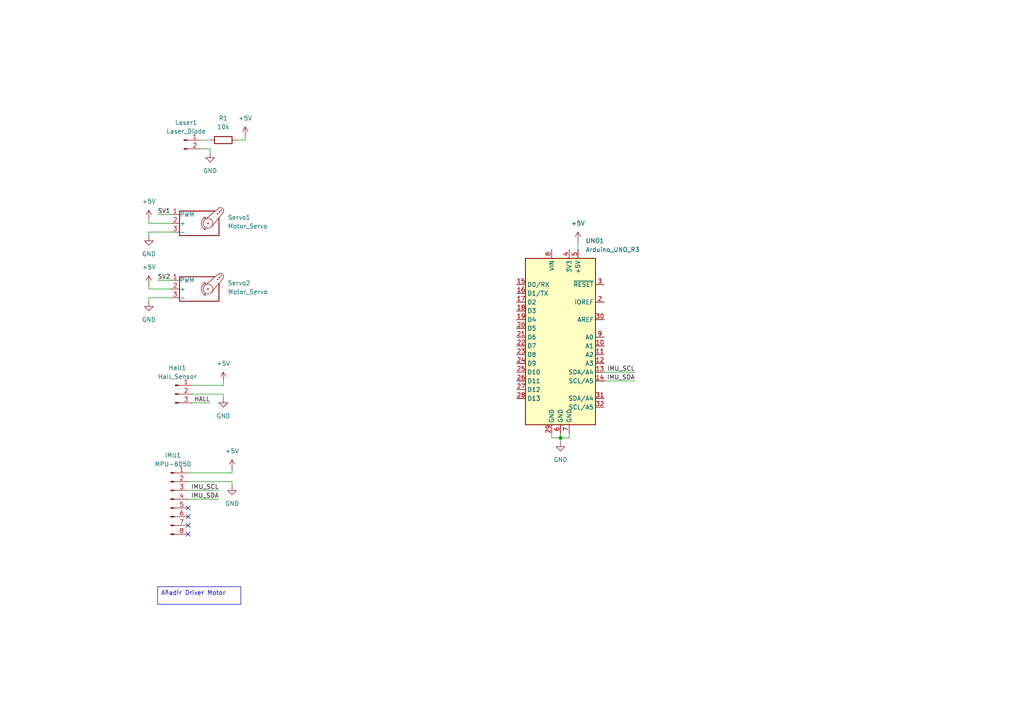
<source format=kicad_sch>
(kicad_sch
	(version 20231120)
	(generator "eeschema")
	(generator_version "8.0")
	(uuid "178e19ef-dfad-4e9d-b1ec-6a5c7791e337")
	(paper "A4")
	(title_block
		(title "PCB Nivelador Láser")
	)
	(lib_symbols
		(symbol "Connector:Conn_01x02_Pin"
			(pin_names
				(offset 1.016) hide)
			(exclude_from_sim no)
			(in_bom yes)
			(on_board yes)
			(property "Reference" "J"
				(at 0 2.54 0)
				(effects
					(font
						(size 1.27 1.27)
					)
				)
			)
			(property "Value" "Conn_01x02_Pin"
				(at 0 -5.08 0)
				(effects
					(font
						(size 1.27 1.27)
					)
				)
			)
			(property "Footprint" ""
				(at 0 0 0)
				(effects
					(font
						(size 1.27 1.27)
					)
					(hide yes)
				)
			)
			(property "Datasheet" "~"
				(at 0 0 0)
				(effects
					(font
						(size 1.27 1.27)
					)
					(hide yes)
				)
			)
			(property "Description" "Generic connector, single row, 01x02, script generated"
				(at 0 0 0)
				(effects
					(font
						(size 1.27 1.27)
					)
					(hide yes)
				)
			)
			(property "ki_locked" ""
				(at 0 0 0)
				(effects
					(font
						(size 1.27 1.27)
					)
				)
			)
			(property "ki_keywords" "connector"
				(at 0 0 0)
				(effects
					(font
						(size 1.27 1.27)
					)
					(hide yes)
				)
			)
			(property "ki_fp_filters" "Connector*:*_1x??_*"
				(at 0 0 0)
				(effects
					(font
						(size 1.27 1.27)
					)
					(hide yes)
				)
			)
			(symbol "Conn_01x02_Pin_1_1"
				(polyline
					(pts
						(xy 1.27 -2.54) (xy 0.8636 -2.54)
					)
					(stroke
						(width 0.1524)
						(type default)
					)
					(fill
						(type none)
					)
				)
				(polyline
					(pts
						(xy 1.27 0) (xy 0.8636 0)
					)
					(stroke
						(width 0.1524)
						(type default)
					)
					(fill
						(type none)
					)
				)
				(rectangle
					(start 0.8636 -2.413)
					(end 0 -2.667)
					(stroke
						(width 0.1524)
						(type default)
					)
					(fill
						(type outline)
					)
				)
				(rectangle
					(start 0.8636 0.127)
					(end 0 -0.127)
					(stroke
						(width 0.1524)
						(type default)
					)
					(fill
						(type outline)
					)
				)
				(pin passive line
					(at 5.08 0 180)
					(length 3.81)
					(name "Pin_1"
						(effects
							(font
								(size 1.27 1.27)
							)
						)
					)
					(number "1"
						(effects
							(font
								(size 1.27 1.27)
							)
						)
					)
				)
				(pin passive line
					(at 5.08 -2.54 180)
					(length 3.81)
					(name "Pin_2"
						(effects
							(font
								(size 1.27 1.27)
							)
						)
					)
					(number "2"
						(effects
							(font
								(size 1.27 1.27)
							)
						)
					)
				)
			)
		)
		(symbol "Connector:Conn_01x03_Pin"
			(pin_names
				(offset 1.016) hide)
			(exclude_from_sim no)
			(in_bom yes)
			(on_board yes)
			(property "Reference" "J"
				(at 0 5.08 0)
				(effects
					(font
						(size 1.27 1.27)
					)
				)
			)
			(property "Value" "Conn_01x03_Pin"
				(at 0 -5.08 0)
				(effects
					(font
						(size 1.27 1.27)
					)
				)
			)
			(property "Footprint" ""
				(at 0 0 0)
				(effects
					(font
						(size 1.27 1.27)
					)
					(hide yes)
				)
			)
			(property "Datasheet" "~"
				(at 0 0 0)
				(effects
					(font
						(size 1.27 1.27)
					)
					(hide yes)
				)
			)
			(property "Description" "Generic connector, single row, 01x03, script generated"
				(at 0 0 0)
				(effects
					(font
						(size 1.27 1.27)
					)
					(hide yes)
				)
			)
			(property "ki_locked" ""
				(at 0 0 0)
				(effects
					(font
						(size 1.27 1.27)
					)
				)
			)
			(property "ki_keywords" "connector"
				(at 0 0 0)
				(effects
					(font
						(size 1.27 1.27)
					)
					(hide yes)
				)
			)
			(property "ki_fp_filters" "Connector*:*_1x??_*"
				(at 0 0 0)
				(effects
					(font
						(size 1.27 1.27)
					)
					(hide yes)
				)
			)
			(symbol "Conn_01x03_Pin_1_1"
				(polyline
					(pts
						(xy 1.27 -2.54) (xy 0.8636 -2.54)
					)
					(stroke
						(width 0.1524)
						(type default)
					)
					(fill
						(type none)
					)
				)
				(polyline
					(pts
						(xy 1.27 0) (xy 0.8636 0)
					)
					(stroke
						(width 0.1524)
						(type default)
					)
					(fill
						(type none)
					)
				)
				(polyline
					(pts
						(xy 1.27 2.54) (xy 0.8636 2.54)
					)
					(stroke
						(width 0.1524)
						(type default)
					)
					(fill
						(type none)
					)
				)
				(rectangle
					(start 0.8636 -2.413)
					(end 0 -2.667)
					(stroke
						(width 0.1524)
						(type default)
					)
					(fill
						(type outline)
					)
				)
				(rectangle
					(start 0.8636 0.127)
					(end 0 -0.127)
					(stroke
						(width 0.1524)
						(type default)
					)
					(fill
						(type outline)
					)
				)
				(rectangle
					(start 0.8636 2.667)
					(end 0 2.413)
					(stroke
						(width 0.1524)
						(type default)
					)
					(fill
						(type outline)
					)
				)
				(pin passive line
					(at 5.08 2.54 180)
					(length 3.81)
					(name "Pin_1"
						(effects
							(font
								(size 1.27 1.27)
							)
						)
					)
					(number "1"
						(effects
							(font
								(size 1.27 1.27)
							)
						)
					)
				)
				(pin passive line
					(at 5.08 0 180)
					(length 3.81)
					(name "Pin_2"
						(effects
							(font
								(size 1.27 1.27)
							)
						)
					)
					(number "2"
						(effects
							(font
								(size 1.27 1.27)
							)
						)
					)
				)
				(pin passive line
					(at 5.08 -2.54 180)
					(length 3.81)
					(name "Pin_3"
						(effects
							(font
								(size 1.27 1.27)
							)
						)
					)
					(number "3"
						(effects
							(font
								(size 1.27 1.27)
							)
						)
					)
				)
			)
		)
		(symbol "Connector:Conn_01x08_Pin"
			(pin_names
				(offset 1.016) hide)
			(exclude_from_sim no)
			(in_bom yes)
			(on_board yes)
			(property "Reference" "J"
				(at 0 10.16 0)
				(effects
					(font
						(size 1.27 1.27)
					)
				)
			)
			(property "Value" "Conn_01x08_Pin"
				(at 0 -12.7 0)
				(effects
					(font
						(size 1.27 1.27)
					)
				)
			)
			(property "Footprint" ""
				(at 0 0 0)
				(effects
					(font
						(size 1.27 1.27)
					)
					(hide yes)
				)
			)
			(property "Datasheet" "~"
				(at 0 0 0)
				(effects
					(font
						(size 1.27 1.27)
					)
					(hide yes)
				)
			)
			(property "Description" "Generic connector, single row, 01x08, script generated"
				(at 0 0 0)
				(effects
					(font
						(size 1.27 1.27)
					)
					(hide yes)
				)
			)
			(property "ki_locked" ""
				(at 0 0 0)
				(effects
					(font
						(size 1.27 1.27)
					)
				)
			)
			(property "ki_keywords" "connector"
				(at 0 0 0)
				(effects
					(font
						(size 1.27 1.27)
					)
					(hide yes)
				)
			)
			(property "ki_fp_filters" "Connector*:*_1x??_*"
				(at 0 0 0)
				(effects
					(font
						(size 1.27 1.27)
					)
					(hide yes)
				)
			)
			(symbol "Conn_01x08_Pin_1_1"
				(polyline
					(pts
						(xy 1.27 -10.16) (xy 0.8636 -10.16)
					)
					(stroke
						(width 0.1524)
						(type default)
					)
					(fill
						(type none)
					)
				)
				(polyline
					(pts
						(xy 1.27 -7.62) (xy 0.8636 -7.62)
					)
					(stroke
						(width 0.1524)
						(type default)
					)
					(fill
						(type none)
					)
				)
				(polyline
					(pts
						(xy 1.27 -5.08) (xy 0.8636 -5.08)
					)
					(stroke
						(width 0.1524)
						(type default)
					)
					(fill
						(type none)
					)
				)
				(polyline
					(pts
						(xy 1.27 -2.54) (xy 0.8636 -2.54)
					)
					(stroke
						(width 0.1524)
						(type default)
					)
					(fill
						(type none)
					)
				)
				(polyline
					(pts
						(xy 1.27 0) (xy 0.8636 0)
					)
					(stroke
						(width 0.1524)
						(type default)
					)
					(fill
						(type none)
					)
				)
				(polyline
					(pts
						(xy 1.27 2.54) (xy 0.8636 2.54)
					)
					(stroke
						(width 0.1524)
						(type default)
					)
					(fill
						(type none)
					)
				)
				(polyline
					(pts
						(xy 1.27 5.08) (xy 0.8636 5.08)
					)
					(stroke
						(width 0.1524)
						(type default)
					)
					(fill
						(type none)
					)
				)
				(polyline
					(pts
						(xy 1.27 7.62) (xy 0.8636 7.62)
					)
					(stroke
						(width 0.1524)
						(type default)
					)
					(fill
						(type none)
					)
				)
				(rectangle
					(start 0.8636 -10.033)
					(end 0 -10.287)
					(stroke
						(width 0.1524)
						(type default)
					)
					(fill
						(type outline)
					)
				)
				(rectangle
					(start 0.8636 -7.493)
					(end 0 -7.747)
					(stroke
						(width 0.1524)
						(type default)
					)
					(fill
						(type outline)
					)
				)
				(rectangle
					(start 0.8636 -4.953)
					(end 0 -5.207)
					(stroke
						(width 0.1524)
						(type default)
					)
					(fill
						(type outline)
					)
				)
				(rectangle
					(start 0.8636 -2.413)
					(end 0 -2.667)
					(stroke
						(width 0.1524)
						(type default)
					)
					(fill
						(type outline)
					)
				)
				(rectangle
					(start 0.8636 0.127)
					(end 0 -0.127)
					(stroke
						(width 0.1524)
						(type default)
					)
					(fill
						(type outline)
					)
				)
				(rectangle
					(start 0.8636 2.667)
					(end 0 2.413)
					(stroke
						(width 0.1524)
						(type default)
					)
					(fill
						(type outline)
					)
				)
				(rectangle
					(start 0.8636 5.207)
					(end 0 4.953)
					(stroke
						(width 0.1524)
						(type default)
					)
					(fill
						(type outline)
					)
				)
				(rectangle
					(start 0.8636 7.747)
					(end 0 7.493)
					(stroke
						(width 0.1524)
						(type default)
					)
					(fill
						(type outline)
					)
				)
				(pin passive line
					(at 5.08 7.62 180)
					(length 3.81)
					(name "Pin_1"
						(effects
							(font
								(size 1.27 1.27)
							)
						)
					)
					(number "1"
						(effects
							(font
								(size 1.27 1.27)
							)
						)
					)
				)
				(pin passive line
					(at 5.08 5.08 180)
					(length 3.81)
					(name "Pin_2"
						(effects
							(font
								(size 1.27 1.27)
							)
						)
					)
					(number "2"
						(effects
							(font
								(size 1.27 1.27)
							)
						)
					)
				)
				(pin passive line
					(at 5.08 2.54 180)
					(length 3.81)
					(name "Pin_3"
						(effects
							(font
								(size 1.27 1.27)
							)
						)
					)
					(number "3"
						(effects
							(font
								(size 1.27 1.27)
							)
						)
					)
				)
				(pin passive line
					(at 5.08 0 180)
					(length 3.81)
					(name "Pin_4"
						(effects
							(font
								(size 1.27 1.27)
							)
						)
					)
					(number "4"
						(effects
							(font
								(size 1.27 1.27)
							)
						)
					)
				)
				(pin passive line
					(at 5.08 -2.54 180)
					(length 3.81)
					(name "Pin_5"
						(effects
							(font
								(size 1.27 1.27)
							)
						)
					)
					(number "5"
						(effects
							(font
								(size 1.27 1.27)
							)
						)
					)
				)
				(pin passive line
					(at 5.08 -5.08 180)
					(length 3.81)
					(name "Pin_6"
						(effects
							(font
								(size 1.27 1.27)
							)
						)
					)
					(number "6"
						(effects
							(font
								(size 1.27 1.27)
							)
						)
					)
				)
				(pin passive line
					(at 5.08 -7.62 180)
					(length 3.81)
					(name "Pin_7"
						(effects
							(font
								(size 1.27 1.27)
							)
						)
					)
					(number "7"
						(effects
							(font
								(size 1.27 1.27)
							)
						)
					)
				)
				(pin passive line
					(at 5.08 -10.16 180)
					(length 3.81)
					(name "Pin_8"
						(effects
							(font
								(size 1.27 1.27)
							)
						)
					)
					(number "8"
						(effects
							(font
								(size 1.27 1.27)
							)
						)
					)
				)
			)
		)
		(symbol "Device:R"
			(pin_numbers hide)
			(pin_names
				(offset 0)
			)
			(exclude_from_sim no)
			(in_bom yes)
			(on_board yes)
			(property "Reference" "R"
				(at 2.032 0 90)
				(effects
					(font
						(size 1.27 1.27)
					)
				)
			)
			(property "Value" "R"
				(at 0 0 90)
				(effects
					(font
						(size 1.27 1.27)
					)
				)
			)
			(property "Footprint" ""
				(at -1.778 0 90)
				(effects
					(font
						(size 1.27 1.27)
					)
					(hide yes)
				)
			)
			(property "Datasheet" "~"
				(at 0 0 0)
				(effects
					(font
						(size 1.27 1.27)
					)
					(hide yes)
				)
			)
			(property "Description" "Resistor"
				(at 0 0 0)
				(effects
					(font
						(size 1.27 1.27)
					)
					(hide yes)
				)
			)
			(property "ki_keywords" "R res resistor"
				(at 0 0 0)
				(effects
					(font
						(size 1.27 1.27)
					)
					(hide yes)
				)
			)
			(property "ki_fp_filters" "R_*"
				(at 0 0 0)
				(effects
					(font
						(size 1.27 1.27)
					)
					(hide yes)
				)
			)
			(symbol "R_0_1"
				(rectangle
					(start -1.016 -2.54)
					(end 1.016 2.54)
					(stroke
						(width 0.254)
						(type default)
					)
					(fill
						(type none)
					)
				)
			)
			(symbol "R_1_1"
				(pin passive line
					(at 0 3.81 270)
					(length 1.27)
					(name "~"
						(effects
							(font
								(size 1.27 1.27)
							)
						)
					)
					(number "1"
						(effects
							(font
								(size 1.27 1.27)
							)
						)
					)
				)
				(pin passive line
					(at 0 -3.81 90)
					(length 1.27)
					(name "~"
						(effects
							(font
								(size 1.27 1.27)
							)
						)
					)
					(number "2"
						(effects
							(font
								(size 1.27 1.27)
							)
						)
					)
				)
			)
		)
		(symbol "MCU_Module:Arduino_UNO_R3"
			(exclude_from_sim no)
			(in_bom yes)
			(on_board yes)
			(property "Reference" "A"
				(at -10.16 23.495 0)
				(effects
					(font
						(size 1.27 1.27)
					)
					(justify left bottom)
				)
			)
			(property "Value" "Arduino_UNO_R3"
				(at 5.08 -26.67 0)
				(effects
					(font
						(size 1.27 1.27)
					)
					(justify left top)
				)
			)
			(property "Footprint" "Module:Arduino_UNO_R3"
				(at 0 0 0)
				(effects
					(font
						(size 1.27 1.27)
						(italic yes)
					)
					(hide yes)
				)
			)
			(property "Datasheet" "https://www.arduino.cc/en/Main/arduinoBoardUno"
				(at 0 0 0)
				(effects
					(font
						(size 1.27 1.27)
					)
					(hide yes)
				)
			)
			(property "Description" "Arduino UNO Microcontroller Module, release 3"
				(at 0 0 0)
				(effects
					(font
						(size 1.27 1.27)
					)
					(hide yes)
				)
			)
			(property "ki_keywords" "Arduino UNO R3 Microcontroller Module Atmel AVR USB"
				(at 0 0 0)
				(effects
					(font
						(size 1.27 1.27)
					)
					(hide yes)
				)
			)
			(property "ki_fp_filters" "Arduino*UNO*R3*"
				(at 0 0 0)
				(effects
					(font
						(size 1.27 1.27)
					)
					(hide yes)
				)
			)
			(symbol "Arduino_UNO_R3_0_1"
				(rectangle
					(start -10.16 22.86)
					(end 10.16 -25.4)
					(stroke
						(width 0.254)
						(type default)
					)
					(fill
						(type background)
					)
				)
			)
			(symbol "Arduino_UNO_R3_1_1"
				(pin no_connect line
					(at -10.16 -20.32 0)
					(length 2.54) hide
					(name "NC"
						(effects
							(font
								(size 1.27 1.27)
							)
						)
					)
					(number "1"
						(effects
							(font
								(size 1.27 1.27)
							)
						)
					)
				)
				(pin bidirectional line
					(at 12.7 -2.54 180)
					(length 2.54)
					(name "A1"
						(effects
							(font
								(size 1.27 1.27)
							)
						)
					)
					(number "10"
						(effects
							(font
								(size 1.27 1.27)
							)
						)
					)
				)
				(pin bidirectional line
					(at 12.7 -5.08 180)
					(length 2.54)
					(name "A2"
						(effects
							(font
								(size 1.27 1.27)
							)
						)
					)
					(number "11"
						(effects
							(font
								(size 1.27 1.27)
							)
						)
					)
				)
				(pin bidirectional line
					(at 12.7 -7.62 180)
					(length 2.54)
					(name "A3"
						(effects
							(font
								(size 1.27 1.27)
							)
						)
					)
					(number "12"
						(effects
							(font
								(size 1.27 1.27)
							)
						)
					)
				)
				(pin bidirectional line
					(at 12.7 -10.16 180)
					(length 2.54)
					(name "SDA/A4"
						(effects
							(font
								(size 1.27 1.27)
							)
						)
					)
					(number "13"
						(effects
							(font
								(size 1.27 1.27)
							)
						)
					)
				)
				(pin bidirectional line
					(at 12.7 -12.7 180)
					(length 2.54)
					(name "SCL/A5"
						(effects
							(font
								(size 1.27 1.27)
							)
						)
					)
					(number "14"
						(effects
							(font
								(size 1.27 1.27)
							)
						)
					)
				)
				(pin bidirectional line
					(at -12.7 15.24 0)
					(length 2.54)
					(name "D0/RX"
						(effects
							(font
								(size 1.27 1.27)
							)
						)
					)
					(number "15"
						(effects
							(font
								(size 1.27 1.27)
							)
						)
					)
				)
				(pin bidirectional line
					(at -12.7 12.7 0)
					(length 2.54)
					(name "D1/TX"
						(effects
							(font
								(size 1.27 1.27)
							)
						)
					)
					(number "16"
						(effects
							(font
								(size 1.27 1.27)
							)
						)
					)
				)
				(pin bidirectional line
					(at -12.7 10.16 0)
					(length 2.54)
					(name "D2"
						(effects
							(font
								(size 1.27 1.27)
							)
						)
					)
					(number "17"
						(effects
							(font
								(size 1.27 1.27)
							)
						)
					)
				)
				(pin bidirectional line
					(at -12.7 7.62 0)
					(length 2.54)
					(name "D3"
						(effects
							(font
								(size 1.27 1.27)
							)
						)
					)
					(number "18"
						(effects
							(font
								(size 1.27 1.27)
							)
						)
					)
				)
				(pin bidirectional line
					(at -12.7 5.08 0)
					(length 2.54)
					(name "D4"
						(effects
							(font
								(size 1.27 1.27)
							)
						)
					)
					(number "19"
						(effects
							(font
								(size 1.27 1.27)
							)
						)
					)
				)
				(pin output line
					(at 12.7 10.16 180)
					(length 2.54)
					(name "IOREF"
						(effects
							(font
								(size 1.27 1.27)
							)
						)
					)
					(number "2"
						(effects
							(font
								(size 1.27 1.27)
							)
						)
					)
				)
				(pin bidirectional line
					(at -12.7 2.54 0)
					(length 2.54)
					(name "D5"
						(effects
							(font
								(size 1.27 1.27)
							)
						)
					)
					(number "20"
						(effects
							(font
								(size 1.27 1.27)
							)
						)
					)
				)
				(pin bidirectional line
					(at -12.7 0 0)
					(length 2.54)
					(name "D6"
						(effects
							(font
								(size 1.27 1.27)
							)
						)
					)
					(number "21"
						(effects
							(font
								(size 1.27 1.27)
							)
						)
					)
				)
				(pin bidirectional line
					(at -12.7 -2.54 0)
					(length 2.54)
					(name "D7"
						(effects
							(font
								(size 1.27 1.27)
							)
						)
					)
					(number "22"
						(effects
							(font
								(size 1.27 1.27)
							)
						)
					)
				)
				(pin bidirectional line
					(at -12.7 -5.08 0)
					(length 2.54)
					(name "D8"
						(effects
							(font
								(size 1.27 1.27)
							)
						)
					)
					(number "23"
						(effects
							(font
								(size 1.27 1.27)
							)
						)
					)
				)
				(pin bidirectional line
					(at -12.7 -7.62 0)
					(length 2.54)
					(name "D9"
						(effects
							(font
								(size 1.27 1.27)
							)
						)
					)
					(number "24"
						(effects
							(font
								(size 1.27 1.27)
							)
						)
					)
				)
				(pin bidirectional line
					(at -12.7 -10.16 0)
					(length 2.54)
					(name "D10"
						(effects
							(font
								(size 1.27 1.27)
							)
						)
					)
					(number "25"
						(effects
							(font
								(size 1.27 1.27)
							)
						)
					)
				)
				(pin bidirectional line
					(at -12.7 -12.7 0)
					(length 2.54)
					(name "D11"
						(effects
							(font
								(size 1.27 1.27)
							)
						)
					)
					(number "26"
						(effects
							(font
								(size 1.27 1.27)
							)
						)
					)
				)
				(pin bidirectional line
					(at -12.7 -15.24 0)
					(length 2.54)
					(name "D12"
						(effects
							(font
								(size 1.27 1.27)
							)
						)
					)
					(number "27"
						(effects
							(font
								(size 1.27 1.27)
							)
						)
					)
				)
				(pin bidirectional line
					(at -12.7 -17.78 0)
					(length 2.54)
					(name "D13"
						(effects
							(font
								(size 1.27 1.27)
							)
						)
					)
					(number "28"
						(effects
							(font
								(size 1.27 1.27)
							)
						)
					)
				)
				(pin power_in line
					(at -2.54 -27.94 90)
					(length 2.54)
					(name "GND"
						(effects
							(font
								(size 1.27 1.27)
							)
						)
					)
					(number "29"
						(effects
							(font
								(size 1.27 1.27)
							)
						)
					)
				)
				(pin input line
					(at 12.7 15.24 180)
					(length 2.54)
					(name "~{RESET}"
						(effects
							(font
								(size 1.27 1.27)
							)
						)
					)
					(number "3"
						(effects
							(font
								(size 1.27 1.27)
							)
						)
					)
				)
				(pin input line
					(at 12.7 5.08 180)
					(length 2.54)
					(name "AREF"
						(effects
							(font
								(size 1.27 1.27)
							)
						)
					)
					(number "30"
						(effects
							(font
								(size 1.27 1.27)
							)
						)
					)
				)
				(pin bidirectional line
					(at 12.7 -17.78 180)
					(length 2.54)
					(name "SDA/A4"
						(effects
							(font
								(size 1.27 1.27)
							)
						)
					)
					(number "31"
						(effects
							(font
								(size 1.27 1.27)
							)
						)
					)
				)
				(pin bidirectional line
					(at 12.7 -20.32 180)
					(length 2.54)
					(name "SCL/A5"
						(effects
							(font
								(size 1.27 1.27)
							)
						)
					)
					(number "32"
						(effects
							(font
								(size 1.27 1.27)
							)
						)
					)
				)
				(pin power_out line
					(at 2.54 25.4 270)
					(length 2.54)
					(name "3V3"
						(effects
							(font
								(size 1.27 1.27)
							)
						)
					)
					(number "4"
						(effects
							(font
								(size 1.27 1.27)
							)
						)
					)
				)
				(pin power_out line
					(at 5.08 25.4 270)
					(length 2.54)
					(name "+5V"
						(effects
							(font
								(size 1.27 1.27)
							)
						)
					)
					(number "5"
						(effects
							(font
								(size 1.27 1.27)
							)
						)
					)
				)
				(pin power_in line
					(at 0 -27.94 90)
					(length 2.54)
					(name "GND"
						(effects
							(font
								(size 1.27 1.27)
							)
						)
					)
					(number "6"
						(effects
							(font
								(size 1.27 1.27)
							)
						)
					)
				)
				(pin power_in line
					(at 2.54 -27.94 90)
					(length 2.54)
					(name "GND"
						(effects
							(font
								(size 1.27 1.27)
							)
						)
					)
					(number "7"
						(effects
							(font
								(size 1.27 1.27)
							)
						)
					)
				)
				(pin power_in line
					(at -2.54 25.4 270)
					(length 2.54)
					(name "VIN"
						(effects
							(font
								(size 1.27 1.27)
							)
						)
					)
					(number "8"
						(effects
							(font
								(size 1.27 1.27)
							)
						)
					)
				)
				(pin bidirectional line
					(at 12.7 0 180)
					(length 2.54)
					(name "A0"
						(effects
							(font
								(size 1.27 1.27)
							)
						)
					)
					(number "9"
						(effects
							(font
								(size 1.27 1.27)
							)
						)
					)
				)
			)
		)
		(symbol "Motor:Motor_Servo"
			(pin_names
				(offset 0.0254)
			)
			(exclude_from_sim no)
			(in_bom yes)
			(on_board yes)
			(property "Reference" "M"
				(at -5.08 4.445 0)
				(effects
					(font
						(size 1.27 1.27)
					)
					(justify left)
				)
			)
			(property "Value" "Motor_Servo"
				(at -5.08 -4.064 0)
				(effects
					(font
						(size 1.27 1.27)
					)
					(justify left top)
				)
			)
			(property "Footprint" ""
				(at 0 -4.826 0)
				(effects
					(font
						(size 1.27 1.27)
					)
					(hide yes)
				)
			)
			(property "Datasheet" "http://forums.parallax.com/uploads/attachments/46831/74481.png"
				(at 0 -4.826 0)
				(effects
					(font
						(size 1.27 1.27)
					)
					(hide yes)
				)
			)
			(property "Description" "Servo Motor (Futaba, HiTec, JR connector)"
				(at 0 0 0)
				(effects
					(font
						(size 1.27 1.27)
					)
					(hide yes)
				)
			)
			(property "ki_keywords" "Servo Motor"
				(at 0 0 0)
				(effects
					(font
						(size 1.27 1.27)
					)
					(hide yes)
				)
			)
			(property "ki_fp_filters" "PinHeader*P2.54mm*"
				(at 0 0 0)
				(effects
					(font
						(size 1.27 1.27)
					)
					(hide yes)
				)
			)
			(symbol "Motor_Servo_0_1"
				(polyline
					(pts
						(xy 2.413 -1.778) (xy 2.032 -1.778)
					)
					(stroke
						(width 0)
						(type default)
					)
					(fill
						(type none)
					)
				)
				(polyline
					(pts
						(xy 2.413 -1.778) (xy 2.286 -1.397)
					)
					(stroke
						(width 0)
						(type default)
					)
					(fill
						(type none)
					)
				)
				(polyline
					(pts
						(xy 2.413 1.778) (xy 1.905 1.778)
					)
					(stroke
						(width 0)
						(type default)
					)
					(fill
						(type none)
					)
				)
				(polyline
					(pts
						(xy 2.413 1.778) (xy 2.286 1.397)
					)
					(stroke
						(width 0)
						(type default)
					)
					(fill
						(type none)
					)
				)
				(polyline
					(pts
						(xy 6.35 4.445) (xy 2.54 1.27)
					)
					(stroke
						(width 0)
						(type default)
					)
					(fill
						(type none)
					)
				)
				(polyline
					(pts
						(xy 7.62 3.175) (xy 4.191 -1.016)
					)
					(stroke
						(width 0)
						(type default)
					)
					(fill
						(type none)
					)
				)
				(polyline
					(pts
						(xy 5.08 3.556) (xy -5.08 3.556) (xy -5.08 -3.556) (xy 6.35 -3.556) (xy 6.35 1.524)
					)
					(stroke
						(width 0.254)
						(type default)
					)
					(fill
						(type none)
					)
				)
				(arc
					(start 2.413 1.778)
					(mid 1.2406 0)
					(end 2.413 -1.778)
					(stroke
						(width 0)
						(type default)
					)
					(fill
						(type none)
					)
				)
				(circle
					(center 3.175 0)
					(radius 0.1778)
					(stroke
						(width 0)
						(type default)
					)
					(fill
						(type none)
					)
				)
				(circle
					(center 3.175 0)
					(radius 1.4224)
					(stroke
						(width 0)
						(type default)
					)
					(fill
						(type none)
					)
				)
				(circle
					(center 5.969 2.794)
					(radius 0.127)
					(stroke
						(width 0)
						(type default)
					)
					(fill
						(type none)
					)
				)
				(circle
					(center 6.477 3.302)
					(radius 0.127)
					(stroke
						(width 0)
						(type default)
					)
					(fill
						(type none)
					)
				)
				(circle
					(center 6.985 3.81)
					(radius 0.127)
					(stroke
						(width 0)
						(type default)
					)
					(fill
						(type none)
					)
				)
				(arc
					(start 7.62 3.175)
					(mid 7.4485 4.2735)
					(end 6.35 4.445)
					(stroke
						(width 0)
						(type default)
					)
					(fill
						(type none)
					)
				)
			)
			(symbol "Motor_Servo_1_1"
				(pin passive line
					(at -7.62 2.54 0)
					(length 2.54)
					(name "PWM"
						(effects
							(font
								(size 1.27 1.27)
							)
						)
					)
					(number "1"
						(effects
							(font
								(size 1.27 1.27)
							)
						)
					)
				)
				(pin passive line
					(at -7.62 0 0)
					(length 2.54)
					(name "+"
						(effects
							(font
								(size 1.27 1.27)
							)
						)
					)
					(number "2"
						(effects
							(font
								(size 1.27 1.27)
							)
						)
					)
				)
				(pin passive line
					(at -7.62 -2.54 0)
					(length 2.54)
					(name "-"
						(effects
							(font
								(size 1.27 1.27)
							)
						)
					)
					(number "3"
						(effects
							(font
								(size 1.27 1.27)
							)
						)
					)
				)
			)
		)
		(symbol "power:+5V"
			(power)
			(pin_numbers hide)
			(pin_names
				(offset 0) hide)
			(exclude_from_sim no)
			(in_bom yes)
			(on_board yes)
			(property "Reference" "#PWR"
				(at 0 -3.81 0)
				(effects
					(font
						(size 1.27 1.27)
					)
					(hide yes)
				)
			)
			(property "Value" "+5V"
				(at 0 3.556 0)
				(effects
					(font
						(size 1.27 1.27)
					)
				)
			)
			(property "Footprint" ""
				(at 0 0 0)
				(effects
					(font
						(size 1.27 1.27)
					)
					(hide yes)
				)
			)
			(property "Datasheet" ""
				(at 0 0 0)
				(effects
					(font
						(size 1.27 1.27)
					)
					(hide yes)
				)
			)
			(property "Description" "Power symbol creates a global label with name \"+5V\""
				(at 0 0 0)
				(effects
					(font
						(size 1.27 1.27)
					)
					(hide yes)
				)
			)
			(property "ki_keywords" "global power"
				(at 0 0 0)
				(effects
					(font
						(size 1.27 1.27)
					)
					(hide yes)
				)
			)
			(symbol "+5V_0_1"
				(polyline
					(pts
						(xy -0.762 1.27) (xy 0 2.54)
					)
					(stroke
						(width 0)
						(type default)
					)
					(fill
						(type none)
					)
				)
				(polyline
					(pts
						(xy 0 0) (xy 0 2.54)
					)
					(stroke
						(width 0)
						(type default)
					)
					(fill
						(type none)
					)
				)
				(polyline
					(pts
						(xy 0 2.54) (xy 0.762 1.27)
					)
					(stroke
						(width 0)
						(type default)
					)
					(fill
						(type none)
					)
				)
			)
			(symbol "+5V_1_1"
				(pin power_in line
					(at 0 0 90)
					(length 0)
					(name "~"
						(effects
							(font
								(size 1.27 1.27)
							)
						)
					)
					(number "1"
						(effects
							(font
								(size 1.27 1.27)
							)
						)
					)
				)
			)
		)
		(symbol "power:GND"
			(power)
			(pin_numbers hide)
			(pin_names
				(offset 0) hide)
			(exclude_from_sim no)
			(in_bom yes)
			(on_board yes)
			(property "Reference" "#PWR"
				(at 0 -6.35 0)
				(effects
					(font
						(size 1.27 1.27)
					)
					(hide yes)
				)
			)
			(property "Value" "GND"
				(at 0 -3.81 0)
				(effects
					(font
						(size 1.27 1.27)
					)
				)
			)
			(property "Footprint" ""
				(at 0 0 0)
				(effects
					(font
						(size 1.27 1.27)
					)
					(hide yes)
				)
			)
			(property "Datasheet" ""
				(at 0 0 0)
				(effects
					(font
						(size 1.27 1.27)
					)
					(hide yes)
				)
			)
			(property "Description" "Power symbol creates a global label with name \"GND\" , ground"
				(at 0 0 0)
				(effects
					(font
						(size 1.27 1.27)
					)
					(hide yes)
				)
			)
			(property "ki_keywords" "global power"
				(at 0 0 0)
				(effects
					(font
						(size 1.27 1.27)
					)
					(hide yes)
				)
			)
			(symbol "GND_0_1"
				(polyline
					(pts
						(xy 0 0) (xy 0 -1.27) (xy 1.27 -1.27) (xy 0 -2.54) (xy -1.27 -1.27) (xy 0 -1.27)
					)
					(stroke
						(width 0)
						(type default)
					)
					(fill
						(type none)
					)
				)
			)
			(symbol "GND_1_1"
				(pin power_in line
					(at 0 0 270)
					(length 0)
					(name "~"
						(effects
							(font
								(size 1.27 1.27)
							)
						)
					)
					(number "1"
						(effects
							(font
								(size 1.27 1.27)
							)
						)
					)
				)
			)
		)
	)
	(junction
		(at 162.56 127)
		(diameter 0)
		(color 0 0 0 0)
		(uuid "a2c3909b-3d70-4dbf-9097-bc74c3b6f473")
	)
	(no_connect
		(at 54.61 149.86)
		(uuid "aaefcf61-85f2-4152-9119-cdcc5d151552")
	)
	(no_connect
		(at 54.61 152.4)
		(uuid "c125f5ad-67bc-4f0b-b68c-3d4dffe155c1")
	)
	(no_connect
		(at 54.61 154.94)
		(uuid "d2500b0e-2d33-4a9b-969d-1cc23180d1b6")
	)
	(no_connect
		(at 54.61 147.32)
		(uuid "e7d492e4-28a7-4b76-a56f-8a1abbd43806")
	)
	(wire
		(pts
			(xy 64.77 114.3) (xy 55.88 114.3)
		)
		(stroke
			(width 0)
			(type default)
		)
		(uuid "0138ec7a-4044-4f46-b3e2-66db780db549")
	)
	(wire
		(pts
			(xy 162.56 125.73) (xy 162.56 127)
		)
		(stroke
			(width 0)
			(type default)
		)
		(uuid "013c8efd-a997-4290-94c4-7134446f2f13")
	)
	(wire
		(pts
			(xy 68.58 40.64) (xy 71.12 40.64)
		)
		(stroke
			(width 0)
			(type default)
		)
		(uuid "0332a5d2-0345-4450-8282-6d19ae843660")
	)
	(wire
		(pts
			(xy 160.02 127) (xy 162.56 127)
		)
		(stroke
			(width 0)
			(type default)
		)
		(uuid "04eb1484-182c-4b58-a059-e26fcd820468")
	)
	(wire
		(pts
			(xy 60.96 43.18) (xy 60.96 44.45)
		)
		(stroke
			(width 0)
			(type default)
		)
		(uuid "102885a8-8a41-4cb5-a47b-80257079c964")
	)
	(wire
		(pts
			(xy 67.31 137.16) (xy 67.31 135.89)
		)
		(stroke
			(width 0)
			(type default)
		)
		(uuid "18447611-f172-4f6e-bb4b-b6cf245d3cfa")
	)
	(wire
		(pts
			(xy 54.61 142.24) (xy 63.5 142.24)
		)
		(stroke
			(width 0)
			(type default)
		)
		(uuid "1eace2a3-60ec-467e-8da4-c183cd4764d0")
	)
	(wire
		(pts
			(xy 58.42 43.18) (xy 60.96 43.18)
		)
		(stroke
			(width 0)
			(type default)
		)
		(uuid "23c94a8e-99fb-45b5-ac4b-d42527ac3fe9")
	)
	(wire
		(pts
			(xy 43.18 83.82) (xy 49.53 83.82)
		)
		(stroke
			(width 0)
			(type default)
		)
		(uuid "2bce0c10-6b14-49ea-95b7-c3600411f108")
	)
	(wire
		(pts
			(xy 64.77 110.49) (xy 64.77 111.76)
		)
		(stroke
			(width 0)
			(type default)
		)
		(uuid "2bcf3e99-b1f3-494b-bf54-7fd9c00fea27")
	)
	(wire
		(pts
			(xy 43.18 82.55) (xy 43.18 83.82)
		)
		(stroke
			(width 0)
			(type default)
		)
		(uuid "34b9f5d5-c7f2-4d29-bda0-0ee1cb134b09")
	)
	(wire
		(pts
			(xy 58.42 40.64) (xy 60.96 40.64)
		)
		(stroke
			(width 0)
			(type default)
		)
		(uuid "3737f405-6ace-4de0-a690-d96db03647ac")
	)
	(wire
		(pts
			(xy 45.72 62.23) (xy 49.53 62.23)
		)
		(stroke
			(width 0)
			(type default)
		)
		(uuid "38e208fd-4737-4111-b45a-b1ecacc337e6")
	)
	(wire
		(pts
			(xy 175.26 110.49) (xy 184.15 110.49)
		)
		(stroke
			(width 0)
			(type default)
		)
		(uuid "44949cb2-b1e8-426f-9e75-eeb26ebdfa27")
	)
	(wire
		(pts
			(xy 45.72 81.28) (xy 49.53 81.28)
		)
		(stroke
			(width 0)
			(type default)
		)
		(uuid "4fbbf016-4b01-45f5-a4e1-44f6b69b012a")
	)
	(wire
		(pts
			(xy 167.64 69.85) (xy 167.64 72.39)
		)
		(stroke
			(width 0)
			(type default)
		)
		(uuid "583d6ae0-7065-41b6-8946-a03491e7bea7")
	)
	(wire
		(pts
			(xy 55.88 111.76) (xy 64.77 111.76)
		)
		(stroke
			(width 0)
			(type default)
		)
		(uuid "5a601fe6-5ad5-4468-a433-12f1fac5ace7")
	)
	(wire
		(pts
			(xy 43.18 64.77) (xy 49.53 64.77)
		)
		(stroke
			(width 0)
			(type default)
		)
		(uuid "661fe95d-9912-4773-b278-57c6cdad6824")
	)
	(wire
		(pts
			(xy 165.1 125.73) (xy 165.1 127)
		)
		(stroke
			(width 0)
			(type default)
		)
		(uuid "66a478bc-0320-47e4-8cf5-24b2ed2521fd")
	)
	(wire
		(pts
			(xy 54.61 137.16) (xy 67.31 137.16)
		)
		(stroke
			(width 0)
			(type default)
		)
		(uuid "6c523f36-eda8-46c9-a652-742b99a4cfd5")
	)
	(wire
		(pts
			(xy 165.1 127) (xy 162.56 127)
		)
		(stroke
			(width 0)
			(type default)
		)
		(uuid "6f62b46b-05b5-47d9-b5a9-0d56daa98108")
	)
	(wire
		(pts
			(xy 160.02 125.73) (xy 160.02 127)
		)
		(stroke
			(width 0)
			(type default)
		)
		(uuid "73fc6fb6-f237-4b2d-a91b-503b5052cac6")
	)
	(wire
		(pts
			(xy 43.18 86.36) (xy 43.18 87.63)
		)
		(stroke
			(width 0)
			(type default)
		)
		(uuid "7d8dba42-b881-42b4-8efc-1712e86a0c13")
	)
	(wire
		(pts
			(xy 49.53 86.36) (xy 43.18 86.36)
		)
		(stroke
			(width 0)
			(type default)
		)
		(uuid "80dcd188-6b00-4b37-99f9-f0638993fa34")
	)
	(wire
		(pts
			(xy 43.18 67.31) (xy 49.53 67.31)
		)
		(stroke
			(width 0)
			(type default)
		)
		(uuid "9aa4cde5-57f0-489a-aea5-41347219a842")
	)
	(wire
		(pts
			(xy 71.12 40.64) (xy 71.12 39.37)
		)
		(stroke
			(width 0)
			(type default)
		)
		(uuid "a0dd758f-2ffe-4c05-a26b-a2fd73613fe6")
	)
	(wire
		(pts
			(xy 175.26 107.95) (xy 184.15 107.95)
		)
		(stroke
			(width 0)
			(type default)
		)
		(uuid "a46601fa-25c8-4968-9c09-67413e1ebe42")
	)
	(wire
		(pts
			(xy 55.88 116.84) (xy 60.96 116.84)
		)
		(stroke
			(width 0)
			(type default)
		)
		(uuid "ac3c041f-960d-4177-b707-9b618cc59e8e")
	)
	(wire
		(pts
			(xy 64.77 114.3) (xy 64.77 115.57)
		)
		(stroke
			(width 0)
			(type default)
		)
		(uuid "acca5b14-0ab8-4704-9624-eb6084463de0")
	)
	(wire
		(pts
			(xy 43.18 68.58) (xy 43.18 67.31)
		)
		(stroke
			(width 0)
			(type default)
		)
		(uuid "af00abd2-b7be-49c1-8adb-f1bb988fde33")
	)
	(wire
		(pts
			(xy 54.61 139.7) (xy 67.31 139.7)
		)
		(stroke
			(width 0)
			(type default)
		)
		(uuid "c24f5b62-5f79-40da-9fcf-f9edfa948478")
	)
	(wire
		(pts
			(xy 67.31 139.7) (xy 67.31 140.97)
		)
		(stroke
			(width 0)
			(type default)
		)
		(uuid "dd444a74-fae3-4270-9c5c-873f48de71a6")
	)
	(wire
		(pts
			(xy 162.56 127) (xy 162.56 128.27)
		)
		(stroke
			(width 0)
			(type default)
		)
		(uuid "e38626c2-f523-4470-b7ee-63d74d3f4c59")
	)
	(wire
		(pts
			(xy 54.61 144.78) (xy 63.5 144.78)
		)
		(stroke
			(width 0)
			(type default)
		)
		(uuid "edfb56b0-99e6-4b8a-b0c9-8b0fa71d0d53")
	)
	(wire
		(pts
			(xy 43.18 63.5) (xy 43.18 64.77)
		)
		(stroke
			(width 0)
			(type default)
		)
		(uuid "f0135d5d-c963-4dde-ae6f-a70a0d30c157")
	)
	(text_box "Añadir Driver Motor"
		(exclude_from_sim no)
		(at 45.72 170.18 0)
		(size 24.13 5.08)
		(stroke
			(width 0)
			(type default)
		)
		(fill
			(type none)
		)
		(effects
			(font
				(size 1.27 1.27)
			)
			(justify left top)
		)
		(uuid "508fe840-4d85-4684-a877-b4b2a52ee731")
	)
	(label "IMU_SCL"
		(at 63.5 142.24 180)
		(fields_autoplaced yes)
		(effects
			(font
				(size 1.27 1.27)
			)
			(justify right bottom)
		)
		(uuid "0a45335e-2b56-4157-98e8-f801507c462b")
	)
	(label "SV1"
		(at 45.72 62.23 0)
		(fields_autoplaced yes)
		(effects
			(font
				(size 1.27 1.27)
			)
			(justify left bottom)
		)
		(uuid "4efdfee2-72d7-4a87-b3cb-cd9e60f20488")
	)
	(label "IMU_SCL"
		(at 184.15 107.95 180)
		(fields_autoplaced yes)
		(effects
			(font
				(size 1.27 1.27)
			)
			(justify right bottom)
		)
		(uuid "6a48e11a-78f0-4502-a968-9434ecd6988b")
	)
	(label "HALL"
		(at 60.96 116.84 180)
		(fields_autoplaced yes)
		(effects
			(font
				(size 1.27 1.27)
			)
			(justify right bottom)
		)
		(uuid "846211d4-b918-4f40-8a31-fdbc235aa77e")
	)
	(label "SV2"
		(at 45.72 81.28 0)
		(fields_autoplaced yes)
		(effects
			(font
				(size 1.27 1.27)
			)
			(justify left bottom)
		)
		(uuid "ade14c3f-abc5-42bf-ab3c-0ad57c564259")
	)
	(label "IMU_SDA"
		(at 63.5 144.78 180)
		(fields_autoplaced yes)
		(effects
			(font
				(size 1.27 1.27)
			)
			(justify right bottom)
		)
		(uuid "d5da39b7-fc1b-4e4c-941d-6347748e96da")
	)
	(label "IMU_SDA"
		(at 184.15 110.49 180)
		(fields_autoplaced yes)
		(effects
			(font
				(size 1.27 1.27)
			)
			(justify right bottom)
		)
		(uuid "e69b173a-de93-453a-8d97-17d37d03dc79")
	)
	(symbol
		(lib_id "Connector:Conn_01x03_Pin")
		(at 50.8 114.3 0)
		(unit 1)
		(exclude_from_sim no)
		(in_bom yes)
		(on_board yes)
		(dnp no)
		(fields_autoplaced yes)
		(uuid "0ae1d7ba-4f47-4bbc-825c-38cb61c34a96")
		(property "Reference" "Hall1"
			(at 51.435 106.68 0)
			(effects
				(font
					(size 1.27 1.27)
				)
			)
		)
		(property "Value" "Hall_Sensor"
			(at 51.435 109.22 0)
			(effects
				(font
					(size 1.27 1.27)
				)
			)
		)
		(property "Footprint" "Connector_Wire:SolderWire-0.5sqmm_1x03_P4.6mm_D0.9mm_OD2.1mm_Relief"
			(at 50.8 114.3 0)
			(effects
				(font
					(size 1.27 1.27)
				)
				(hide yes)
			)
		)
		(property "Datasheet" "~"
			(at 50.8 114.3 0)
			(effects
				(font
					(size 1.27 1.27)
				)
				(hide yes)
			)
		)
		(property "Description" "Generic connector, single row, 01x03, script generated"
			(at 50.8 114.3 0)
			(effects
				(font
					(size 1.27 1.27)
				)
				(hide yes)
			)
		)
		(pin "2"
			(uuid "f1b02d37-effc-4279-8fd8-b1243d91c57d")
		)
		(pin "3"
			(uuid "52388391-2d59-4ec0-8452-26f4740db2bb")
		)
		(pin "1"
			(uuid "9a446670-7731-48f0-b631-159e1bc72dc4")
		)
		(instances
			(project ""
				(path "/178e19ef-dfad-4e9d-b1ec-6a5c7791e337"
					(reference "Hall1")
					(unit 1)
				)
			)
		)
	)
	(symbol
		(lib_id "power:+5V")
		(at 71.12 39.37 0)
		(unit 1)
		(exclude_from_sim no)
		(in_bom yes)
		(on_board yes)
		(dnp no)
		(fields_autoplaced yes)
		(uuid "24895f45-57fa-41da-bb5a-0c5ce42c8d66")
		(property "Reference" "#PWR012"
			(at 71.12 43.18 0)
			(effects
				(font
					(size 1.27 1.27)
				)
				(hide yes)
			)
		)
		(property "Value" "+5V"
			(at 71.12 34.29 0)
			(effects
				(font
					(size 1.27 1.27)
				)
			)
		)
		(property "Footprint" ""
			(at 71.12 39.37 0)
			(effects
				(font
					(size 1.27 1.27)
				)
				(hide yes)
			)
		)
		(property "Datasheet" ""
			(at 71.12 39.37 0)
			(effects
				(font
					(size 1.27 1.27)
				)
				(hide yes)
			)
		)
		(property "Description" "Power symbol creates a global label with name \"+5V\""
			(at 71.12 39.37 0)
			(effects
				(font
					(size 1.27 1.27)
				)
				(hide yes)
			)
		)
		(pin "1"
			(uuid "64844312-3582-49c2-83cf-0beefc4ba8e2")
		)
		(instances
			(project "Nivelador Láser"
				(path "/178e19ef-dfad-4e9d-b1ec-6a5c7791e337"
					(reference "#PWR012")
					(unit 1)
				)
			)
		)
	)
	(symbol
		(lib_id "Connector:Conn_01x02_Pin")
		(at 53.34 40.64 0)
		(unit 1)
		(exclude_from_sim no)
		(in_bom yes)
		(on_board yes)
		(dnp no)
		(fields_autoplaced yes)
		(uuid "357856ee-3697-4003-894e-30330fe9e6da")
		(property "Reference" "Laser1"
			(at 53.975 35.56 0)
			(effects
				(font
					(size 1.27 1.27)
				)
			)
		)
		(property "Value" "Laser_Diode"
			(at 53.975 38.1 0)
			(effects
				(font
					(size 1.27 1.27)
				)
			)
		)
		(property "Footprint" "Connector_Wire:SolderWire-0.5sqmm_1x02_P4.6mm_D0.9mm_OD2.1mm_Relief"
			(at 53.34 40.64 0)
			(effects
				(font
					(size 1.27 1.27)
				)
				(hide yes)
			)
		)
		(property "Datasheet" "~"
			(at 53.34 40.64 0)
			(effects
				(font
					(size 1.27 1.27)
				)
				(hide yes)
			)
		)
		(property "Description" "Generic connector, single row, 01x02, script generated"
			(at 53.34 40.64 0)
			(effects
				(font
					(size 1.27 1.27)
				)
				(hide yes)
			)
		)
		(pin "2"
			(uuid "2ce4b65d-d975-4f49-9d73-a93ea05f1647")
		)
		(pin "1"
			(uuid "4cd90dc4-2789-416b-a06f-08ef0e8719fb")
		)
		(instances
			(project ""
				(path "/178e19ef-dfad-4e9d-b1ec-6a5c7791e337"
					(reference "Laser1")
					(unit 1)
				)
			)
		)
	)
	(symbol
		(lib_id "Connector:Conn_01x08_Pin")
		(at 49.53 144.78 0)
		(unit 1)
		(exclude_from_sim no)
		(in_bom yes)
		(on_board yes)
		(dnp no)
		(fields_autoplaced yes)
		(uuid "3d802e8c-65ee-4b47-a9da-9339856bd7fb")
		(property "Reference" "IMU1"
			(at 50.165 132.08 0)
			(effects
				(font
					(size 1.27 1.27)
				)
			)
		)
		(property "Value" "MPU-6050"
			(at 50.165 134.62 0)
			(effects
				(font
					(size 1.27 1.27)
				)
			)
		)
		(property "Footprint" "Connector_PinSocket_2.54mm:PinSocket_1x08_P2.54mm_Vertical"
			(at 49.53 144.78 0)
			(effects
				(font
					(size 1.27 1.27)
				)
				(hide yes)
			)
		)
		(property "Datasheet" "~"
			(at 49.53 144.78 0)
			(effects
				(font
					(size 1.27 1.27)
				)
				(hide yes)
			)
		)
		(property "Description" "Generic connector, single row, 01x08, script generated"
			(at 49.53 144.78 0)
			(effects
				(font
					(size 1.27 1.27)
				)
				(hide yes)
			)
		)
		(pin "4"
			(uuid "7fcd6ee3-e758-43af-96ac-4ff5971b6289")
		)
		(pin "2"
			(uuid "b2caf913-1fec-4f3e-9c45-d029270106cc")
		)
		(pin "1"
			(uuid "b852053d-74a5-475d-84e1-152b76ba3b40")
		)
		(pin "8"
			(uuid "639fa46a-bdcf-44b4-a8d4-b867c3c3bb3d")
		)
		(pin "7"
			(uuid "0b34b50b-39e1-4caa-aa2b-6d2a0b524930")
		)
		(pin "5"
			(uuid "a9529511-1928-40b8-bd4a-658ab632f841")
		)
		(pin "3"
			(uuid "6a70e7c0-d02b-4002-9fc3-f334b7a31582")
		)
		(pin "6"
			(uuid "6e291e62-9202-4b17-b8bb-e139f1288392")
		)
		(instances
			(project ""
				(path "/178e19ef-dfad-4e9d-b1ec-6a5c7791e337"
					(reference "IMU1")
					(unit 1)
				)
			)
		)
	)
	(symbol
		(lib_id "MCU_Module:Arduino_UNO_R3")
		(at 162.56 97.79 0)
		(unit 1)
		(exclude_from_sim no)
		(in_bom yes)
		(on_board yes)
		(dnp no)
		(fields_autoplaced yes)
		(uuid "6004b839-848a-460d-b200-3a663b3f90e9")
		(property "Reference" "UNO1"
			(at 169.8341 69.85 0)
			(effects
				(font
					(size 1.27 1.27)
				)
				(justify left)
			)
		)
		(property "Value" "Arduino_UNO_R3"
			(at 169.8341 72.39 0)
			(effects
				(font
					(size 1.27 1.27)
				)
				(justify left)
			)
		)
		(property "Footprint" "Module:Arduino_UNO_R3"
			(at 162.56 97.79 0)
			(effects
				(font
					(size 1.27 1.27)
					(italic yes)
				)
				(hide yes)
			)
		)
		(property "Datasheet" "https://www.arduino.cc/en/Main/arduinoBoardUno"
			(at 162.56 97.79 0)
			(effects
				(font
					(size 1.27 1.27)
				)
				(hide yes)
			)
		)
		(property "Description" "Arduino UNO Microcontroller Module, release 3"
			(at 162.56 97.79 0)
			(effects
				(font
					(size 1.27 1.27)
				)
				(hide yes)
			)
		)
		(pin "10"
			(uuid "a025f86e-9c65-4b60-92fd-30ee4a8db4cd")
		)
		(pin "2"
			(uuid "fbe56a5d-1300-4c02-9e6e-9689852b38ca")
		)
		(pin "4"
			(uuid "6dcbf177-f8d2-4290-b834-3e85aaa12af2")
		)
		(pin "16"
			(uuid "48a8097f-e714-4a33-9741-ac34983a5b04")
		)
		(pin "26"
			(uuid "489d5386-5c0c-4f0d-8a62-2e068ad51c9a")
		)
		(pin "15"
			(uuid "e9cc8e92-1919-47ed-bbb1-fd988703596c")
		)
		(pin "3"
			(uuid "ad868d13-6491-43f7-8f34-f2e6e8ae16a0")
		)
		(pin "17"
			(uuid "664090ee-696d-4a99-934e-c9f4ca83093e")
		)
		(pin "1"
			(uuid "6f553c30-dfd3-41ed-971d-aeac70ea4a16")
		)
		(pin "29"
			(uuid "874e0297-5a4c-41ed-9992-42b9c28394e0")
		)
		(pin "22"
			(uuid "511a0917-15b1-456f-a317-966e76bf3db5")
		)
		(pin "7"
			(uuid "6fefa8ee-d5d1-4376-8716-086ca0556448")
		)
		(pin "8"
			(uuid "5a98f945-5669-473d-929e-76a0197e5249")
		)
		(pin "19"
			(uuid "a335008d-40a8-4919-bf35-21f1d42d5d1e")
		)
		(pin "20"
			(uuid "952876cb-c3dc-4cac-a9c4-0e34a44dfd10")
		)
		(pin "28"
			(uuid "59d8a856-1d11-4ee8-8086-b9de9f5cdda3")
		)
		(pin "31"
			(uuid "ad75ddf9-4719-4220-9cbc-e970c1d44c8e")
		)
		(pin "11"
			(uuid "3b351b5c-c2aa-4aa4-a167-32090d115cdd")
		)
		(pin "12"
			(uuid "b25fe1de-76a7-483b-9895-97423fe7fc90")
		)
		(pin "25"
			(uuid "54443812-2741-4439-8f4d-5220279728ba")
		)
		(pin "9"
			(uuid "0854ef6a-7940-4b6a-ae40-4da63072dc71")
		)
		(pin "13"
			(uuid "713167d2-b1dd-4951-84e6-e171befcc5d3")
		)
		(pin "27"
			(uuid "c453c306-7feb-4bb2-94f0-a3b86ce6827c")
		)
		(pin "23"
			(uuid "a54c8d2c-507e-48c7-9d67-9fde0c7a1768")
		)
		(pin "14"
			(uuid "87317d6b-0f6f-4d9d-838b-9ce75d3e761c")
		)
		(pin "18"
			(uuid "32179e8c-a8ee-4738-84aa-86652cc7560e")
		)
		(pin "24"
			(uuid "346c3d98-f5f2-4e6d-a1fa-b282fda1f4dd")
		)
		(pin "30"
			(uuid "03be09b9-24b1-4f72-8056-de844d86b910")
		)
		(pin "6"
			(uuid "a82ef410-1031-4829-a3cc-10dee4d8bf33")
		)
		(pin "5"
			(uuid "801c737d-1caa-4ad6-9a62-6b7bdd1a4306")
		)
		(pin "21"
			(uuid "2c060dae-4d2f-45a5-87e8-143d7d11aa00")
		)
		(pin "32"
			(uuid "99d65f21-e236-4eab-ab81-e98064815d95")
		)
		(instances
			(project "Nivelador Láser"
				(path "/178e19ef-dfad-4e9d-b1ec-6a5c7791e337"
					(reference "UNO1")
					(unit 1)
				)
			)
		)
	)
	(symbol
		(lib_id "power:GND")
		(at 162.56 128.27 0)
		(unit 1)
		(exclude_from_sim no)
		(in_bom yes)
		(on_board yes)
		(dnp no)
		(fields_autoplaced yes)
		(uuid "681a03d0-f332-494c-8fb5-fdf18e9460a8")
		(property "Reference" "#PWR07"
			(at 162.56 134.62 0)
			(effects
				(font
					(size 1.27 1.27)
				)
				(hide yes)
			)
		)
		(property "Value" "GND"
			(at 162.56 133.35 0)
			(effects
				(font
					(size 1.27 1.27)
				)
			)
		)
		(property "Footprint" ""
			(at 162.56 128.27 0)
			(effects
				(font
					(size 1.27 1.27)
				)
				(hide yes)
			)
		)
		(property "Datasheet" ""
			(at 162.56 128.27 0)
			(effects
				(font
					(size 1.27 1.27)
				)
				(hide yes)
			)
		)
		(property "Description" "Power symbol creates a global label with name \"GND\" , ground"
			(at 162.56 128.27 0)
			(effects
				(font
					(size 1.27 1.27)
				)
				(hide yes)
			)
		)
		(pin "1"
			(uuid "15292aa4-aa65-4c68-bc2d-1652fabcd68a")
		)
		(instances
			(project "Nivelador Láser"
				(path "/178e19ef-dfad-4e9d-b1ec-6a5c7791e337"
					(reference "#PWR07")
					(unit 1)
				)
			)
		)
	)
	(symbol
		(lib_id "power:+5V")
		(at 43.18 82.55 0)
		(unit 1)
		(exclude_from_sim no)
		(in_bom yes)
		(on_board yes)
		(dnp no)
		(fields_autoplaced yes)
		(uuid "7d39f94b-a641-410c-8196-49f411277aab")
		(property "Reference" "#PWR03"
			(at 43.18 86.36 0)
			(effects
				(font
					(size 1.27 1.27)
				)
				(hide yes)
			)
		)
		(property "Value" "+5V"
			(at 43.18 77.47 0)
			(effects
				(font
					(size 1.27 1.27)
				)
			)
		)
		(property "Footprint" ""
			(at 43.18 82.55 0)
			(effects
				(font
					(size 1.27 1.27)
				)
				(hide yes)
			)
		)
		(property "Datasheet" ""
			(at 43.18 82.55 0)
			(effects
				(font
					(size 1.27 1.27)
				)
				(hide yes)
			)
		)
		(property "Description" "Power symbol creates a global label with name \"+5V\""
			(at 43.18 82.55 0)
			(effects
				(font
					(size 1.27 1.27)
				)
				(hide yes)
			)
		)
		(pin "1"
			(uuid "9fcb4e95-2b72-477b-8f41-2294fd9dab6c")
		)
		(instances
			(project "Nivelador Láser"
				(path "/178e19ef-dfad-4e9d-b1ec-6a5c7791e337"
					(reference "#PWR03")
					(unit 1)
				)
			)
		)
	)
	(symbol
		(lib_id "power:GND")
		(at 43.18 87.63 0)
		(unit 1)
		(exclude_from_sim no)
		(in_bom yes)
		(on_board yes)
		(dnp no)
		(fields_autoplaced yes)
		(uuid "86037b7f-38cf-49de-96e9-718c4980a421")
		(property "Reference" "#PWR04"
			(at 43.18 93.98 0)
			(effects
				(font
					(size 1.27 1.27)
				)
				(hide yes)
			)
		)
		(property "Value" "GND"
			(at 43.18 92.71 0)
			(effects
				(font
					(size 1.27 1.27)
				)
			)
		)
		(property "Footprint" ""
			(at 43.18 87.63 0)
			(effects
				(font
					(size 1.27 1.27)
				)
				(hide yes)
			)
		)
		(property "Datasheet" ""
			(at 43.18 87.63 0)
			(effects
				(font
					(size 1.27 1.27)
				)
				(hide yes)
			)
		)
		(property "Description" "Power symbol creates a global label with name \"GND\" , ground"
			(at 43.18 87.63 0)
			(effects
				(font
					(size 1.27 1.27)
				)
				(hide yes)
			)
		)
		(pin "1"
			(uuid "9e6bc926-fbaa-445d-836e-731faa64a5a5")
		)
		(instances
			(project "Nivelador Láser"
				(path "/178e19ef-dfad-4e9d-b1ec-6a5c7791e337"
					(reference "#PWR04")
					(unit 1)
				)
			)
		)
	)
	(symbol
		(lib_id "power:+5V")
		(at 43.18 63.5 0)
		(unit 1)
		(exclude_from_sim no)
		(in_bom yes)
		(on_board yes)
		(dnp no)
		(fields_autoplaced yes)
		(uuid "93ebfc64-09f1-47f6-ac68-02df9e3279bb")
		(property "Reference" "#PWR01"
			(at 43.18 67.31 0)
			(effects
				(font
					(size 1.27 1.27)
				)
				(hide yes)
			)
		)
		(property "Value" "+5V"
			(at 43.18 58.42 0)
			(effects
				(font
					(size 1.27 1.27)
				)
			)
		)
		(property "Footprint" ""
			(at 43.18 63.5 0)
			(effects
				(font
					(size 1.27 1.27)
				)
				(hide yes)
			)
		)
		(property "Datasheet" ""
			(at 43.18 63.5 0)
			(effects
				(font
					(size 1.27 1.27)
				)
				(hide yes)
			)
		)
		(property "Description" "Power symbol creates a global label with name \"+5V\""
			(at 43.18 63.5 0)
			(effects
				(font
					(size 1.27 1.27)
				)
				(hide yes)
			)
		)
		(pin "1"
			(uuid "d3c18218-0bb2-4bc8-89db-7250ccd80963")
		)
		(instances
			(project "Nivelador Láser"
				(path "/178e19ef-dfad-4e9d-b1ec-6a5c7791e337"
					(reference "#PWR01")
					(unit 1)
				)
			)
		)
	)
	(symbol
		(lib_id "power:GND")
		(at 64.77 115.57 0)
		(unit 1)
		(exclude_from_sim no)
		(in_bom yes)
		(on_board yes)
		(dnp no)
		(fields_autoplaced yes)
		(uuid "9e2b211b-6fd9-42ed-b93a-687782f5b3f1")
		(property "Reference" "#PWR06"
			(at 64.77 121.92 0)
			(effects
				(font
					(size 1.27 1.27)
				)
				(hide yes)
			)
		)
		(property "Value" "GND"
			(at 64.77 120.65 0)
			(effects
				(font
					(size 1.27 1.27)
				)
			)
		)
		(property "Footprint" ""
			(at 64.77 115.57 0)
			(effects
				(font
					(size 1.27 1.27)
				)
				(hide yes)
			)
		)
		(property "Datasheet" ""
			(at 64.77 115.57 0)
			(effects
				(font
					(size 1.27 1.27)
				)
				(hide yes)
			)
		)
		(property "Description" "Power symbol creates a global label with name \"GND\" , ground"
			(at 64.77 115.57 0)
			(effects
				(font
					(size 1.27 1.27)
				)
				(hide yes)
			)
		)
		(pin "1"
			(uuid "405e88c9-f1fe-4dc6-96b3-98086af511da")
		)
		(instances
			(project "Nivelador Láser"
				(path "/178e19ef-dfad-4e9d-b1ec-6a5c7791e337"
					(reference "#PWR06")
					(unit 1)
				)
			)
		)
	)
	(symbol
		(lib_id "Motor:Motor_Servo")
		(at 57.15 83.82 0)
		(unit 1)
		(exclude_from_sim no)
		(in_bom yes)
		(on_board yes)
		(dnp no)
		(fields_autoplaced yes)
		(uuid "a111fda9-5417-486b-8a59-8daeed2e9998")
		(property "Reference" "Servo2"
			(at 66.04 82.1165 0)
			(effects
				(font
					(size 1.27 1.27)
				)
				(justify left)
			)
		)
		(property "Value" "Motor_Servo"
			(at 66.04 84.6565 0)
			(effects
				(font
					(size 1.27 1.27)
				)
				(justify left)
			)
		)
		(property "Footprint" "Connector_PinHeader_2.54mm:PinHeader_1x03_P2.54mm_Vertical"
			(at 57.15 88.646 0)
			(effects
				(font
					(size 1.27 1.27)
				)
				(hide yes)
			)
		)
		(property "Datasheet" "http://forums.parallax.com/uploads/attachments/46831/74481.png"
			(at 57.15 88.646 0)
			(effects
				(font
					(size 1.27 1.27)
				)
				(hide yes)
			)
		)
		(property "Description" "Servo Motor (Futaba, HiTec, JR connector)"
			(at 57.15 83.82 0)
			(effects
				(font
					(size 1.27 1.27)
				)
				(hide yes)
			)
		)
		(pin "2"
			(uuid "1d34ba9f-1562-4c03-b4e1-b7d5000dc28f")
		)
		(pin "3"
			(uuid "515e93e1-ecb2-47a5-8543-961ceb761df3")
		)
		(pin "1"
			(uuid "35cf23b5-e65f-4750-9d25-466cbe026e4d")
		)
		(instances
			(project "Nivelador Láser"
				(path "/178e19ef-dfad-4e9d-b1ec-6a5c7791e337"
					(reference "Servo2")
					(unit 1)
				)
			)
		)
	)
	(symbol
		(lib_id "power:+5V")
		(at 167.64 69.85 0)
		(unit 1)
		(exclude_from_sim no)
		(in_bom yes)
		(on_board yes)
		(dnp no)
		(fields_autoplaced yes)
		(uuid "a77a1af5-1f86-4594-b6ac-b5279ca6f64c")
		(property "Reference" "#PWR08"
			(at 167.64 73.66 0)
			(effects
				(font
					(size 1.27 1.27)
				)
				(hide yes)
			)
		)
		(property "Value" "+5V"
			(at 167.64 64.77 0)
			(effects
				(font
					(size 1.27 1.27)
				)
			)
		)
		(property "Footprint" ""
			(at 167.64 69.85 0)
			(effects
				(font
					(size 1.27 1.27)
				)
				(hide yes)
			)
		)
		(property "Datasheet" ""
			(at 167.64 69.85 0)
			(effects
				(font
					(size 1.27 1.27)
				)
				(hide yes)
			)
		)
		(property "Description" "Power symbol creates a global label with name \"+5V\""
			(at 167.64 69.85 0)
			(effects
				(font
					(size 1.27 1.27)
				)
				(hide yes)
			)
		)
		(pin "1"
			(uuid "23474a35-112a-4ad1-ad74-ddfb96f36323")
		)
		(instances
			(project "Nivelador Láser"
				(path "/178e19ef-dfad-4e9d-b1ec-6a5c7791e337"
					(reference "#PWR08")
					(unit 1)
				)
			)
		)
	)
	(symbol
		(lib_id "power:GND")
		(at 67.31 140.97 0)
		(unit 1)
		(exclude_from_sim no)
		(in_bom yes)
		(on_board yes)
		(dnp no)
		(fields_autoplaced yes)
		(uuid "ba487932-9d15-4360-9bfb-6b7f3dc25113")
		(property "Reference" "#PWR010"
			(at 67.31 147.32 0)
			(effects
				(font
					(size 1.27 1.27)
				)
				(hide yes)
			)
		)
		(property "Value" "GND"
			(at 67.31 146.05 0)
			(effects
				(font
					(size 1.27 1.27)
				)
			)
		)
		(property "Footprint" ""
			(at 67.31 140.97 0)
			(effects
				(font
					(size 1.27 1.27)
				)
				(hide yes)
			)
		)
		(property "Datasheet" ""
			(at 67.31 140.97 0)
			(effects
				(font
					(size 1.27 1.27)
				)
				(hide yes)
			)
		)
		(property "Description" "Power symbol creates a global label with name \"GND\" , ground"
			(at 67.31 140.97 0)
			(effects
				(font
					(size 1.27 1.27)
				)
				(hide yes)
			)
		)
		(pin "1"
			(uuid "2a1ff3e7-bcfa-4418-9186-3d9adf72b3b8")
		)
		(instances
			(project "Nivelador Láser"
				(path "/178e19ef-dfad-4e9d-b1ec-6a5c7791e337"
					(reference "#PWR010")
					(unit 1)
				)
			)
		)
	)
	(symbol
		(lib_id "Motor:Motor_Servo")
		(at 57.15 64.77 0)
		(unit 1)
		(exclude_from_sim no)
		(in_bom yes)
		(on_board yes)
		(dnp no)
		(fields_autoplaced yes)
		(uuid "bbee609d-0eb0-4571-815c-ed6387d63c16")
		(property "Reference" "Servo1"
			(at 66.04 63.0665 0)
			(effects
				(font
					(size 1.27 1.27)
				)
				(justify left)
			)
		)
		(property "Value" "Motor_Servo"
			(at 66.04 65.6065 0)
			(effects
				(font
					(size 1.27 1.27)
				)
				(justify left)
			)
		)
		(property "Footprint" "Connector_PinHeader_2.54mm:PinHeader_1x03_P2.54mm_Vertical"
			(at 57.15 69.596 0)
			(effects
				(font
					(size 1.27 1.27)
				)
				(hide yes)
			)
		)
		(property "Datasheet" "http://forums.parallax.com/uploads/attachments/46831/74481.png"
			(at 57.15 69.596 0)
			(effects
				(font
					(size 1.27 1.27)
				)
				(hide yes)
			)
		)
		(property "Description" "Servo Motor (Futaba, HiTec, JR connector)"
			(at 57.15 64.77 0)
			(effects
				(font
					(size 1.27 1.27)
				)
				(hide yes)
			)
		)
		(pin "3"
			(uuid "6a9f57ae-0895-4c97-820b-4648d664cdf5")
		)
		(pin "1"
			(uuid "aae0af88-9ed3-4829-bf08-177936ddc64d")
		)
		(pin "2"
			(uuid "ad501776-a78c-4b8e-813a-3a46053a3674")
		)
		(instances
			(project "Nivelador Láser"
				(path "/178e19ef-dfad-4e9d-b1ec-6a5c7791e337"
					(reference "Servo1")
					(unit 1)
				)
			)
		)
	)
	(symbol
		(lib_id "power:GND")
		(at 60.96 44.45 0)
		(unit 1)
		(exclude_from_sim no)
		(in_bom yes)
		(on_board yes)
		(dnp no)
		(fields_autoplaced yes)
		(uuid "bd0eb23e-99ab-45bb-ade2-76d42f2df4f5")
		(property "Reference" "#PWR011"
			(at 60.96 50.8 0)
			(effects
				(font
					(size 1.27 1.27)
				)
				(hide yes)
			)
		)
		(property "Value" "GND"
			(at 60.96 49.53 0)
			(effects
				(font
					(size 1.27 1.27)
				)
			)
		)
		(property "Footprint" ""
			(at 60.96 44.45 0)
			(effects
				(font
					(size 1.27 1.27)
				)
				(hide yes)
			)
		)
		(property "Datasheet" ""
			(at 60.96 44.45 0)
			(effects
				(font
					(size 1.27 1.27)
				)
				(hide yes)
			)
		)
		(property "Description" "Power symbol creates a global label with name \"GND\" , ground"
			(at 60.96 44.45 0)
			(effects
				(font
					(size 1.27 1.27)
				)
				(hide yes)
			)
		)
		(pin "1"
			(uuid "2893861a-51e0-4f60-b937-ee52daf3f004")
		)
		(instances
			(project "Nivelador Láser"
				(path "/178e19ef-dfad-4e9d-b1ec-6a5c7791e337"
					(reference "#PWR011")
					(unit 1)
				)
			)
		)
	)
	(symbol
		(lib_id "power:GND")
		(at 43.18 68.58 0)
		(unit 1)
		(exclude_from_sim no)
		(in_bom yes)
		(on_board yes)
		(dnp no)
		(fields_autoplaced yes)
		(uuid "cba079e0-edca-4130-9543-6b9e8c6940db")
		(property "Reference" "#PWR02"
			(at 43.18 74.93 0)
			(effects
				(font
					(size 1.27 1.27)
				)
				(hide yes)
			)
		)
		(property "Value" "GND"
			(at 43.18 73.66 0)
			(effects
				(font
					(size 1.27 1.27)
				)
			)
		)
		(property "Footprint" ""
			(at 43.18 68.58 0)
			(effects
				(font
					(size 1.27 1.27)
				)
				(hide yes)
			)
		)
		(property "Datasheet" ""
			(at 43.18 68.58 0)
			(effects
				(font
					(size 1.27 1.27)
				)
				(hide yes)
			)
		)
		(property "Description" "Power symbol creates a global label with name \"GND\" , ground"
			(at 43.18 68.58 0)
			(effects
				(font
					(size 1.27 1.27)
				)
				(hide yes)
			)
		)
		(pin "1"
			(uuid "0974916d-9c0f-4717-90bc-05839fbc7b24")
		)
		(instances
			(project "Nivelador Láser"
				(path "/178e19ef-dfad-4e9d-b1ec-6a5c7791e337"
					(reference "#PWR02")
					(unit 1)
				)
			)
		)
	)
	(symbol
		(lib_id "power:+5V")
		(at 64.77 110.49 0)
		(unit 1)
		(exclude_from_sim no)
		(in_bom yes)
		(on_board yes)
		(dnp no)
		(fields_autoplaced yes)
		(uuid "d3828b84-40a8-4eef-8bee-1d8a0e076978")
		(property "Reference" "#PWR05"
			(at 64.77 114.3 0)
			(effects
				(font
					(size 1.27 1.27)
				)
				(hide yes)
			)
		)
		(property "Value" "+5V"
			(at 64.77 105.41 0)
			(effects
				(font
					(size 1.27 1.27)
				)
			)
		)
		(property "Footprint" ""
			(at 64.77 110.49 0)
			(effects
				(font
					(size 1.27 1.27)
				)
				(hide yes)
			)
		)
		(property "Datasheet" ""
			(at 64.77 110.49 0)
			(effects
				(font
					(size 1.27 1.27)
				)
				(hide yes)
			)
		)
		(property "Description" "Power symbol creates a global label with name \"+5V\""
			(at 64.77 110.49 0)
			(effects
				(font
					(size 1.27 1.27)
				)
				(hide yes)
			)
		)
		(pin "1"
			(uuid "2b68743a-df5b-4355-ab4e-609d0a377042")
		)
		(instances
			(project "Nivelador Láser"
				(path "/178e19ef-dfad-4e9d-b1ec-6a5c7791e337"
					(reference "#PWR05")
					(unit 1)
				)
			)
		)
	)
	(symbol
		(lib_id "Device:R")
		(at 64.77 40.64 90)
		(unit 1)
		(exclude_from_sim no)
		(in_bom yes)
		(on_board yes)
		(dnp no)
		(fields_autoplaced yes)
		(uuid "d74c485a-e2a6-4f44-8dda-92ea8aaa7f6a")
		(property "Reference" "R1"
			(at 64.77 34.29 90)
			(effects
				(font
					(size 1.27 1.27)
				)
			)
		)
		(property "Value" "10k"
			(at 64.77 36.83 90)
			(effects
				(font
					(size 1.27 1.27)
				)
			)
		)
		(property "Footprint" "Resistor_SMD:R_0805_2012Metric_Pad1.20x1.40mm_HandSolder"
			(at 64.77 42.418 90)
			(effects
				(font
					(size 1.27 1.27)
				)
				(hide yes)
			)
		)
		(property "Datasheet" "~"
			(at 64.77 40.64 0)
			(effects
				(font
					(size 1.27 1.27)
				)
				(hide yes)
			)
		)
		(property "Description" "Resistor"
			(at 64.77 40.64 0)
			(effects
				(font
					(size 1.27 1.27)
				)
				(hide yes)
			)
		)
		(pin "2"
			(uuid "b0331a81-9207-4fa2-ad31-cd144cf86a6f")
		)
		(pin "1"
			(uuid "afea1f99-2a9b-494b-83e5-5235b5572c2f")
		)
		(instances
			(project ""
				(path "/178e19ef-dfad-4e9d-b1ec-6a5c7791e337"
					(reference "R1")
					(unit 1)
				)
			)
		)
	)
	(symbol
		(lib_id "power:+5V")
		(at 67.31 135.89 0)
		(unit 1)
		(exclude_from_sim no)
		(in_bom yes)
		(on_board yes)
		(dnp no)
		(fields_autoplaced yes)
		(uuid "f7bd3aef-75c5-4a97-b449-ca8ec02b889b")
		(property "Reference" "#PWR09"
			(at 67.31 139.7 0)
			(effects
				(font
					(size 1.27 1.27)
				)
				(hide yes)
			)
		)
		(property "Value" "+5V"
			(at 67.31 130.81 0)
			(effects
				(font
					(size 1.27 1.27)
				)
			)
		)
		(property "Footprint" ""
			(at 67.31 135.89 0)
			(effects
				(font
					(size 1.27 1.27)
				)
				(hide yes)
			)
		)
		(property "Datasheet" ""
			(at 67.31 135.89 0)
			(effects
				(font
					(size 1.27 1.27)
				)
				(hide yes)
			)
		)
		(property "Description" "Power symbol creates a global label with name \"+5V\""
			(at 67.31 135.89 0)
			(effects
				(font
					(size 1.27 1.27)
				)
				(hide yes)
			)
		)
		(pin "1"
			(uuid "0d8e0f09-0b9c-4334-b104-fdec155091fd")
		)
		(instances
			(project "Nivelador Láser"
				(path "/178e19ef-dfad-4e9d-b1ec-6a5c7791e337"
					(reference "#PWR09")
					(unit 1)
				)
			)
		)
	)
	(sheet_instances
		(path "/"
			(page "1")
		)
	)
)

</source>
